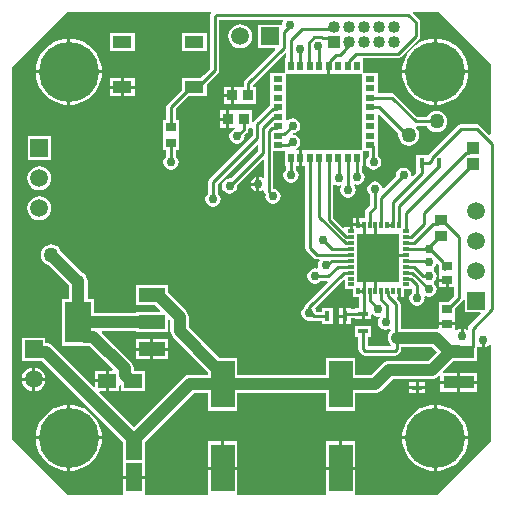
<source format=gtl>
G04*
G04 #@! TF.GenerationSoftware,Altium Limited,Altium Designer,20.1.14 (287)*
G04*
G04 Layer_Physical_Order=1*
G04 Layer_Color=255*
%FSLAX25Y25*%
%MOIN*%
G70*
G04*
G04 #@! TF.SameCoordinates,7F5ADFAE-F052-4B02-90E5-093173F2D11D*
G04*
G04*
G04 #@! TF.FilePolarity,Positive*
G04*
G01*
G75*
%ADD14C,0.01000*%
%ADD16R,0.03543X0.02953*%
%ADD19R,0.14173X0.16142*%
%ADD20R,0.02362X0.01181*%
%ADD21R,0.01181X0.02362*%
%ADD27R,0.07874X0.15748*%
%ADD29R,0.03150X0.01968*%
%ADD30R,0.01968X0.03150*%
%ADD43R,0.03347X0.03740*%
%ADD44R,0.10236X0.04331*%
%ADD45R,0.06102X0.04724*%
%ADD46R,0.08661X0.13780*%
%ADD47R,0.08661X0.04724*%
%ADD48R,0.01772X0.03347*%
%ADD49R,0.03347X0.01772*%
%ADD50R,0.04134X0.03543*%
%ADD51R,0.04134X0.04134*%
%ADD52R,0.06299X0.03937*%
%ADD53R,0.05315X0.09252*%
%ADD54R,0.03347X0.02953*%
%ADD55C,0.04000*%
%ADD56R,0.05906X0.05906*%
%ADD57C,0.05906*%
%ADD58R,0.05906X0.05906*%
%ADD59R,0.04000X0.04000*%
%ADD60C,0.04000*%
%ADD61C,0.05000*%
%ADD62C,0.20000*%
%ADD63C,0.03000*%
G36*
X79500Y63500D02*
Y40230D01*
X79038Y40039D01*
X75996Y43081D01*
X75499Y43413D01*
X74914Y43529D01*
X69555D01*
X68970Y43413D01*
X68474Y43081D01*
X58899Y33507D01*
X58835Y33410D01*
X58433Y33173D01*
X54661D01*
Y27827D01*
X54661D01*
X54593Y27355D01*
X53487Y26249D01*
X53250Y26376D01*
X53046Y26515D01*
X52855Y27476D01*
X52302Y28302D01*
X51476Y28855D01*
X50500Y29049D01*
X49525Y28855D01*
X48698Y28302D01*
X48145Y27476D01*
X47951Y26500D01*
X48015Y26178D01*
X44022Y22185D01*
X43479Y22349D01*
X43355Y22975D01*
X42802Y23802D01*
X41976Y24355D01*
X41000Y24549D01*
X40025Y24355D01*
X39198Y23802D01*
X38645Y22975D01*
X38451Y22000D01*
X38645Y21024D01*
X39198Y20198D01*
X39471Y20015D01*
Y16592D01*
X38092Y15213D01*
X37760Y14717D01*
X37644Y14132D01*
Y12220D01*
X35736D01*
Y10039D01*
X35236D01*
Y9539D01*
X33646D01*
Y9465D01*
X33571D01*
Y7874D01*
X32571D01*
Y9465D01*
X30890D01*
Y9261D01*
X30428Y9070D01*
X27120Y12378D01*
Y23236D01*
X27561Y23472D01*
X27914Y23236D01*
X28890Y23042D01*
X29504Y23164D01*
X29804Y22714D01*
X29645Y22476D01*
X29451Y21500D01*
X29645Y20525D01*
X30198Y19698D01*
X31025Y19145D01*
X32000Y18951D01*
X32976Y19145D01*
X33802Y19698D01*
X34355Y20525D01*
X34549Y21500D01*
X34355Y22476D01*
X33880Y23186D01*
X34162Y23618D01*
X35000Y23451D01*
X35976Y23645D01*
X36802Y24198D01*
X37355Y25025D01*
X37549Y26000D01*
X37355Y26976D01*
X36802Y27802D01*
X36569Y27959D01*
Y29709D01*
X37024D01*
Y34630D01*
X38916D01*
Y32948D01*
X38698Y32802D01*
X38145Y31975D01*
X37951Y31000D01*
X38145Y30024D01*
X38698Y29198D01*
X39524Y28645D01*
X40500Y28451D01*
X41475Y28645D01*
X42302Y29198D01*
X42855Y30024D01*
X43049Y31000D01*
X42855Y31975D01*
X42302Y32802D01*
X41974Y33022D01*
Y36130D01*
X41945Y36278D01*
Y40929D01*
Y44079D01*
Y46685D01*
X42445Y46892D01*
X48792Y40545D01*
X48720Y40000D01*
X48840Y39086D01*
X49193Y38235D01*
X49754Y37504D01*
X50485Y36943D01*
X51336Y36590D01*
X52250Y36470D01*
X53164Y36590D01*
X54015Y36943D01*
X54746Y37504D01*
X55307Y38235D01*
X55660Y39086D01*
X55780Y40000D01*
X55660Y40914D01*
X55307Y41765D01*
X54766Y42471D01*
X54785Y42587D01*
X54949Y42971D01*
X58345D01*
X58443Y42735D01*
X59004Y42004D01*
X59735Y41443D01*
X60586Y41090D01*
X61500Y40970D01*
X62414Y41090D01*
X63265Y41443D01*
X63996Y42004D01*
X64557Y42735D01*
X64910Y43586D01*
X65030Y44500D01*
X64910Y45414D01*
X64557Y46265D01*
X63996Y46996D01*
X63265Y47557D01*
X62414Y47910D01*
X61500Y48030D01*
X60586Y47910D01*
X59735Y47557D01*
X59004Y46996D01*
X58443Y46265D01*
X58345Y46029D01*
X55133D01*
X47719Y53444D01*
X47223Y53775D01*
X46638Y53892D01*
X41945D01*
Y56677D01*
Y60646D01*
X37024D01*
Y65541D01*
X48555D01*
X49141Y65657D01*
X49637Y65989D01*
X55581Y71933D01*
X55913Y72430D01*
X56029Y73015D01*
Y77500D01*
X55913Y78085D01*
X55581Y78581D01*
X53625Y80538D01*
X53816Y81000D01*
X62000D01*
X79500Y63500D01*
D02*
G37*
G36*
X-13539Y80538D02*
X-13581Y80496D01*
X-13913Y80000D01*
X-14029Y79414D01*
Y62134D01*
X-16113Y60050D01*
X-16160Y60018D01*
X-17305Y58874D01*
X-23441D01*
Y55100D01*
X-28081Y50459D01*
X-28413Y49963D01*
X-28529Y49378D01*
Y45035D01*
X-29673D01*
Y40417D01*
X-29673Y40083D01*
X-29673Y39583D01*
Y34965D01*
X-28529D01*
Y32985D01*
X-28802Y32802D01*
X-29355Y31975D01*
X-29549Y31000D01*
X-29355Y30024D01*
X-28802Y29198D01*
X-27975Y28645D01*
X-27000Y28451D01*
X-26024Y28645D01*
X-25198Y29198D01*
X-24645Y30024D01*
X-24451Y31000D01*
X-24645Y31975D01*
X-25198Y32802D01*
X-25471Y32985D01*
Y34965D01*
X-24327D01*
Y39583D01*
X-24327Y39917D01*
X-24327Y40417D01*
Y45035D01*
X-25471D01*
Y48744D01*
X-21278Y52937D01*
X-15142D01*
Y56711D01*
X-14029Y57824D01*
X-13982Y57856D01*
X-11419Y60419D01*
X-11087Y60915D01*
X-10971Y61500D01*
Y78471D01*
X10209D01*
X10476Y77971D01*
X10145Y77476D01*
X10008Y76787D01*
X2110D01*
Y68882D01*
X7566D01*
X7757Y68420D01*
X-2361Y58302D01*
X-2692Y57806D01*
X-2809Y57221D01*
Y56020D01*
X-6095D01*
Y53150D01*
Y50279D01*
X1394D01*
Y56020D01*
X250D01*
Y56587D01*
X11001Y67338D01*
X11463Y67146D01*
Y65567D01*
X11008D01*
Y60646D01*
X6087D01*
Y56677D01*
Y53528D01*
Y49969D01*
X5848Y49810D01*
X612Y44574D01*
X394Y44247D01*
X-106Y44399D01*
Y48146D01*
X-7594D01*
Y45276D01*
Y42406D01*
X-5771D01*
X-5721Y41906D01*
X-5976Y41855D01*
X-6802Y41302D01*
X-7355Y40475D01*
X-7549Y39500D01*
X-7355Y38524D01*
X-6802Y37698D01*
X-5976Y37145D01*
X-5000Y36951D01*
X-4025Y37145D01*
X-3198Y37698D01*
X-2645Y38524D01*
X-2451Y39500D01*
X-2515Y39822D01*
X-1698Y40639D01*
X-1367Y41135D01*
X-1250Y41721D01*
Y42052D01*
X-897Y42406D01*
X-106Y42406D01*
X164Y42018D01*
Y39729D01*
X-14081Y25483D01*
X-14413Y24987D01*
X-14529Y24402D01*
Y20485D01*
X-14802Y20302D01*
X-15355Y19476D01*
X-15549Y18500D01*
X-15355Y17525D01*
X-14802Y16698D01*
X-13975Y16145D01*
X-13000Y15951D01*
X-12025Y16145D01*
X-11198Y16698D01*
X-10645Y17525D01*
X-10451Y18500D01*
X-10645Y19476D01*
X-11198Y20302D01*
X-11471Y20485D01*
Y23768D01*
X1509Y36747D01*
X1971Y36556D01*
Y34633D01*
X-7178Y25485D01*
X-7500Y25549D01*
X-8475Y25355D01*
X-9302Y24802D01*
X-9855Y23976D01*
X-10049Y23000D01*
X-9855Y22025D01*
X-9302Y21198D01*
X-8475Y20645D01*
X-7500Y20451D01*
X-6525Y20645D01*
X-5698Y21198D01*
X-5145Y22025D01*
X-4951Y23000D01*
X-5015Y23322D01*
X3595Y31932D01*
X4057Y31741D01*
Y25827D01*
X3557Y25567D01*
X2944Y25977D01*
X2468Y26072D01*
Y23622D01*
Y21172D01*
X2944Y21267D01*
X3557Y21677D01*
X4057Y21417D01*
Y21086D01*
X4174Y20501D01*
X4505Y20004D01*
X4544Y19966D01*
X4451Y19500D01*
X4645Y18525D01*
X5198Y17698D01*
X6024Y17145D01*
X7000Y16951D01*
X7975Y17145D01*
X8802Y17698D01*
X9355Y18525D01*
X9549Y19500D01*
X9355Y20475D01*
X8802Y21302D01*
X7975Y21855D01*
X7116Y22026D01*
Y34630D01*
X11008D01*
Y29709D01*
X11467D01*
Y28482D01*
X11198Y28302D01*
X10645Y27476D01*
X10451Y26500D01*
X10645Y25525D01*
X11198Y24698D01*
X12025Y24145D01*
X13000Y23951D01*
X13975Y24145D01*
X14802Y24698D01*
X15355Y25525D01*
X15549Y26500D01*
X15355Y27476D01*
X14802Y28302D01*
X14525Y28488D01*
Y29709D01*
X15642D01*
Y32283D01*
Y34858D01*
X14946D01*
X14795Y35358D01*
X15302Y35698D01*
X15855Y36525D01*
X16049Y37500D01*
X15855Y38475D01*
X15302Y39302D01*
X14476Y39855D01*
X13771Y39995D01*
Y40505D01*
X14476Y40645D01*
X15302Y41198D01*
X15855Y42024D01*
X16049Y43000D01*
X15855Y43975D01*
X15302Y44802D01*
X14476Y45355D01*
X13500Y45549D01*
X12525Y45355D01*
X11736Y44828D01*
X11236Y44943D01*
Y47228D01*
Y50378D01*
Y53528D01*
Y56677D01*
Y60417D01*
X25091D01*
Y62992D01*
X26091D01*
Y60417D01*
X36795D01*
Y56677D01*
Y53528D01*
Y50378D01*
Y47228D01*
Y44079D01*
Y40929D01*
Y37780D01*
Y34858D01*
X16642D01*
Y32283D01*
Y29709D01*
X17762D01*
Y2362D01*
X17878Y1777D01*
X18210Y1281D01*
X20494Y-1003D01*
X20990Y-1335D01*
X21576Y-1451D01*
X22261D01*
X22528Y-1951D01*
X22145Y-2524D01*
X21951Y-3500D01*
X22083Y-4161D01*
X21661Y-4583D01*
X21000Y-4451D01*
X20024Y-4645D01*
X19198Y-5198D01*
X18645Y-6024D01*
X18451Y-7000D01*
X18645Y-7975D01*
X19198Y-8802D01*
X20024Y-9355D01*
X21000Y-9549D01*
X21975Y-9355D01*
X22802Y-8802D01*
X22985Y-8529D01*
X25098D01*
X25305Y-9029D01*
X17919Y-16416D01*
X17587Y-16912D01*
X17471Y-17498D01*
Y-17515D01*
X17198Y-17698D01*
X16645Y-18525D01*
X16451Y-19500D01*
X16645Y-20475D01*
X17198Y-21302D01*
X18024Y-21855D01*
X19000Y-22049D01*
X19894Y-21871D01*
X19956Y-21913D01*
X20541Y-22029D01*
X23161D01*
Y-23173D01*
X26933D01*
Y-17827D01*
X23161D01*
Y-18971D01*
X21444D01*
X21355Y-18525D01*
X20867Y-17794D01*
X30428Y-8233D01*
X30890Y-8424D01*
Y-11433D01*
X33646D01*
Y-14091D01*
X35675D01*
Y-17661D01*
X34327D01*
Y-18018D01*
X32839D01*
Y-17827D01*
X31453D01*
Y-20500D01*
Y-23173D01*
X32839D01*
Y-21077D01*
X34327D01*
Y-21433D01*
X36500D01*
Y-19547D01*
X37500D01*
Y-21433D01*
X39673D01*
Y-19879D01*
X40152Y-19734D01*
X40198Y-19802D01*
X41025Y-20355D01*
X42000Y-20549D01*
X42226Y-20504D01*
X42526Y-20954D01*
X42145Y-21524D01*
X41951Y-22500D01*
X42145Y-23475D01*
X42698Y-24302D01*
X43525Y-24855D01*
X44500Y-25049D01*
X45476Y-24855D01*
X45830Y-24618D01*
X46301Y-24861D01*
X46321Y-25241D01*
X46089Y-25419D01*
X45608Y-26046D01*
X45306Y-26776D01*
X45202Y-27559D01*
X45306Y-28342D01*
X45608Y-29072D01*
X46089Y-29699D01*
X46443Y-29971D01*
X46273Y-30471D01*
X38529D01*
Y-27339D01*
X39673D01*
Y-23567D01*
X34327D01*
Y-27339D01*
X35471D01*
Y-31414D01*
X35587Y-31999D01*
X35919Y-32496D01*
X36504Y-33081D01*
X37001Y-33413D01*
X37586Y-33529D01*
X47643D01*
X48228Y-33413D01*
X48724Y-33081D01*
X49310Y-32496D01*
X49641Y-31999D01*
X49758Y-31414D01*
Y-30585D01*
X60132D01*
X61748Y-32201D01*
X58589Y-35360D01*
X45654D01*
X44870Y-35463D01*
X44141Y-35765D01*
X43514Y-36246D01*
X39676Y-40084D01*
X34465D01*
Y-34236D01*
X24590D01*
Y-40084D01*
X-4905D01*
Y-34236D01*
X-10904D01*
X-21136Y-24005D01*
Y-20720D01*
X-21239Y-19937D01*
X-21541Y-19207D01*
X-22022Y-18581D01*
X-28134Y-12469D01*
Y-10024D01*
X-38795D01*
Y-16748D01*
X-32413D01*
X-30544Y-18617D01*
X-30736Y-19079D01*
X-38795D01*
Y-19415D01*
X-52543D01*
Y-14551D01*
X-54848D01*
Y-8661D01*
X-54951Y-7878D01*
X-55253Y-7148D01*
X-55734Y-6522D01*
X-56361Y-6041D01*
X-56784Y-5866D01*
X-63512Y863D01*
X-63519Y914D01*
X-63872Y1765D01*
X-64433Y2496D01*
X-65164Y3057D01*
X-66015Y3410D01*
X-66929Y3530D01*
X-67843Y3410D01*
X-68694Y3057D01*
X-69425Y2496D01*
X-69986Y1765D01*
X-70339Y914D01*
X-70459Y0D01*
X-70339Y-914D01*
X-69986Y-1765D01*
X-69425Y-2496D01*
X-68694Y-3057D01*
X-67843Y-3410D01*
X-67792Y-3417D01*
X-60900Y-10308D01*
Y-14551D01*
X-63205D01*
Y-30331D01*
X-55740D01*
X-55543Y-30357D01*
X-54238D01*
X-46418Y-38176D01*
X-46610Y-38638D01*
X-47831D01*
Y-42000D01*
Y-45362D01*
X-44280D01*
Y-43549D01*
X-43780Y-43281D01*
X-43720Y-43321D01*
Y-45362D01*
X-35618D01*
Y-38638D01*
X-39441D01*
X-39454Y-38625D01*
Y-37835D01*
X-39454Y-37835D01*
X-39557Y-37052D01*
X-39859Y-36323D01*
X-40340Y-35696D01*
X-50107Y-25929D01*
X-49916Y-25467D01*
X-38795D01*
Y-25803D01*
X-28134D01*
Y-21681D01*
X-27672Y-21489D01*
X-27187Y-21974D01*
Y-25258D01*
X-27084Y-26042D01*
X-26782Y-26771D01*
X-26301Y-27398D01*
X-14780Y-38919D01*
Y-40084D01*
X-20768D01*
X-21551Y-40187D01*
X-22281Y-40490D01*
X-22907Y-40971D01*
X-39370Y-57433D01*
X-50979Y-45824D01*
X-50788Y-45362D01*
X-48831D01*
Y-42500D01*
X-52382D01*
Y-43768D01*
X-52844Y-43960D01*
X-66494Y-30309D01*
X-67121Y-29828D01*
X-67851Y-29526D01*
X-68634Y-29423D01*
X-68882D01*
Y-27543D01*
X-76787D01*
Y-35449D01*
X-72079D01*
X-71882Y-35475D01*
X-71882Y-35475D01*
X-69887D01*
X-43053Y-62309D01*
Y-63024D01*
X-43028Y-63220D01*
Y-69307D01*
Y-73614D01*
X-35713D01*
Y-69307D01*
Y-62334D01*
X-19514Y-46136D01*
X-14780D01*
Y-51984D01*
X-4905D01*
Y-46136D01*
X24590D01*
Y-51984D01*
X34465D01*
Y-46136D01*
X40929D01*
X41712Y-46033D01*
X42442Y-45731D01*
X43069Y-45250D01*
X46907Y-41412D01*
X59842D01*
X60626Y-41309D01*
X61356Y-41006D01*
X61982Y-40525D01*
X62318Y-40190D01*
X62779Y-40381D01*
Y-42020D01*
X68398D01*
Y-39354D01*
X63807D01*
X63615Y-38892D01*
X67059Y-35449D01*
X75016D01*
Y-30782D01*
X75051Y-30746D01*
X75380Y-30562D01*
X75545Y-30535D01*
X76025Y-30855D01*
X76500Y-30950D01*
Y-28500D01*
X77500D01*
Y-30950D01*
X77975Y-30855D01*
X78802Y-30302D01*
X79000Y-30007D01*
X79500Y-30158D01*
Y-62000D01*
X61500Y-80000D01*
X34938D01*
X34465Y-79937D01*
X34465Y-79500D01*
Y-71563D01*
X29528D01*
X24590D01*
Y-79500D01*
X24590Y-79937D01*
X24117Y-80000D01*
X-4432D01*
X-4905Y-79937D01*
X-4905Y-79500D01*
Y-71563D01*
X-9843D01*
X-14780D01*
Y-79500D01*
X-14780Y-79937D01*
X-15253Y-80000D01*
X-35320D01*
X-35713Y-79740D01*
Y-74614D01*
X-43028D01*
Y-79740D01*
X-43420Y-80000D01*
X-61500D01*
X-80000Y-61500D01*
Y62500D01*
X-61500Y81000D01*
X-13730D01*
X-13539Y80538D01*
D02*
G37*
G36*
X62228Y-3209D02*
Y-6114D01*
Y-7862D01*
X65000D01*
Y-8362D01*
X65500D01*
Y-10839D01*
X67471D01*
Y-13800D01*
X65609Y-15661D01*
X62228D01*
Y-20614D01*
Y-22362D01*
X65000D01*
X67772D01*
Y-20614D01*
Y-17824D01*
X70081Y-15515D01*
X70350Y-15112D01*
X70819Y-15182D01*
X70850Y-15195D01*
Y-19169D01*
X76061D01*
X76252Y-19631D01*
X72434Y-23449D01*
X72103Y-23945D01*
X71986Y-24531D01*
Y-24719D01*
X71486Y-24986D01*
X70976Y-24645D01*
X70500Y-24551D01*
Y-27000D01*
X69500D01*
Y-24551D01*
X69024Y-24645D01*
X68272Y-25148D01*
X67981Y-25064D01*
X67772Y-24935D01*
Y-23362D01*
X65000D01*
X62228D01*
Y-24140D01*
X61728Y-24578D01*
X61386Y-24533D01*
X49529D01*
Y-16472D01*
X49413Y-15887D01*
X49081Y-15391D01*
X48243Y-14552D01*
X48434Y-14091D01*
X48638D01*
Y-11909D01*
X49516D01*
Y-14091D01*
X50606D01*
Y-11433D01*
X53362D01*
X53471Y-11888D01*
Y-12515D01*
X53198Y-12698D01*
X52645Y-13524D01*
X52451Y-14500D01*
X52645Y-15475D01*
X53198Y-16302D01*
X54024Y-16855D01*
X55000Y-17049D01*
X55976Y-16855D01*
X56802Y-16302D01*
X57355Y-15475D01*
X57549Y-14500D01*
X57466Y-14083D01*
X57916Y-13782D01*
X58025Y-13855D01*
X59000Y-14049D01*
X59975Y-13855D01*
X60802Y-13302D01*
X61355Y-12475D01*
X61549Y-11500D01*
X61355Y-10525D01*
X60802Y-9698D01*
X60507Y-9500D01*
Y-9000D01*
X60802Y-8802D01*
X61355Y-7975D01*
X61549Y-7000D01*
X61355Y-6024D01*
X60802Y-5198D01*
X60507Y-5000D01*
Y-4500D01*
X60802Y-4302D01*
X61355Y-3475D01*
X61422Y-3137D01*
X61928Y-2966D01*
X62228Y-3209D01*
D02*
G37*
%LPC*%
G36*
X61524Y72018D02*
Y61524D01*
X72018D01*
X71922Y62750D01*
X71518Y64433D01*
X70855Y66033D01*
X69950Y67509D01*
X68826Y68826D01*
X67509Y69950D01*
X66033Y70855D01*
X64433Y71518D01*
X62750Y71922D01*
X61524Y72018D01*
D02*
G37*
G36*
X60524D02*
X59298Y71922D01*
X57614Y71518D01*
X56014Y70855D01*
X54538Y69950D01*
X53221Y68826D01*
X52097Y67509D01*
X51192Y66033D01*
X50530Y64433D01*
X50125Y62750D01*
X50029Y61524D01*
X60524D01*
Y72018D01*
D02*
G37*
G36*
X72018Y60524D02*
X61524D01*
Y50029D01*
X62750Y50125D01*
X64433Y50530D01*
X66033Y51192D01*
X67509Y52097D01*
X68826Y53221D01*
X69950Y54538D01*
X70855Y56014D01*
X71518Y57614D01*
X71922Y59298D01*
X72018Y60524D01*
D02*
G37*
G36*
X60524D02*
X50029D01*
X50125Y59298D01*
X50530Y57614D01*
X51192Y56014D01*
X52097Y54538D01*
X53221Y53221D01*
X54538Y52097D01*
X56014Y51192D01*
X57614Y50530D01*
X59298Y50125D01*
X60524Y50029D01*
Y60524D01*
D02*
G37*
G36*
X34736Y12220D02*
X33646D01*
Y10539D01*
X34736D01*
Y12220D01*
D02*
G37*
G36*
X-3937Y76822D02*
X-4969Y76686D01*
X-5930Y76287D01*
X-6756Y75654D01*
X-7390Y74828D01*
X-7788Y73866D01*
X-7924Y72835D01*
X-7788Y71803D01*
X-7390Y70841D01*
X-6756Y70016D01*
X-5930Y69382D01*
X-4969Y68984D01*
X-3937Y68848D01*
X-2905Y68984D01*
X-1944Y69382D01*
X-1118Y70016D01*
X-484Y70841D01*
X-86Y71803D01*
X50Y72835D01*
X-86Y73866D01*
X-484Y74828D01*
X-1118Y75654D01*
X-1944Y76287D01*
X-2905Y76686D01*
X-3937Y76822D01*
D02*
G37*
G36*
X-15142Y73835D02*
X-23441D01*
Y67898D01*
X-15142D01*
Y73835D01*
D02*
G37*
G36*
X-39158D02*
X-47457D01*
Y67898D01*
X-39158D01*
Y73835D01*
D02*
G37*
G36*
X-60524Y72018D02*
Y61524D01*
X-50029D01*
X-50125Y62750D01*
X-50530Y64433D01*
X-51192Y66033D01*
X-52097Y67509D01*
X-53221Y68826D01*
X-54538Y69950D01*
X-56014Y70855D01*
X-57614Y71518D01*
X-59298Y71922D01*
X-60524Y72018D01*
D02*
G37*
G36*
X-61524D02*
X-62750Y71922D01*
X-64433Y71518D01*
X-66033Y70855D01*
X-67509Y69950D01*
X-68826Y68826D01*
X-69950Y67509D01*
X-70855Y66033D01*
X-71518Y64433D01*
X-71922Y62750D01*
X-72018Y61524D01*
X-61524D01*
Y72018D01*
D02*
G37*
G36*
X-39158Y58874D02*
X-42807D01*
Y56406D01*
X-39158D01*
Y58874D01*
D02*
G37*
G36*
X-43807D02*
X-47457D01*
Y56406D01*
X-43807D01*
Y58874D01*
D02*
G37*
G36*
X-7095Y56020D02*
X-9268D01*
Y53650D01*
X-7095D01*
Y56020D01*
D02*
G37*
G36*
X-39158Y55405D02*
X-42807D01*
Y52937D01*
X-39158D01*
Y55405D01*
D02*
G37*
G36*
X-43807D02*
X-47457D01*
Y52937D01*
X-43807D01*
Y55405D01*
D02*
G37*
G36*
X-7095Y52650D02*
X-9268D01*
Y50279D01*
X-7095D01*
Y52650D01*
D02*
G37*
G36*
X-50029Y60524D02*
X-60524D01*
Y50029D01*
X-59298Y50125D01*
X-57614Y50530D01*
X-56014Y51192D01*
X-54538Y52097D01*
X-53221Y53221D01*
X-52097Y54538D01*
X-51192Y56014D01*
X-50530Y57614D01*
X-50125Y59298D01*
X-50029Y60524D01*
D02*
G37*
G36*
X-61524D02*
X-72018D01*
X-71922Y59298D01*
X-71518Y57614D01*
X-70855Y56014D01*
X-69950Y54538D01*
X-68826Y53221D01*
X-67509Y52097D01*
X-66033Y51192D01*
X-64433Y50530D01*
X-62750Y50125D01*
X-61524Y50029D01*
Y60524D01*
D02*
G37*
G36*
X-8595Y48146D02*
X-10768D01*
Y45776D01*
X-8595D01*
Y48146D01*
D02*
G37*
G36*
Y44776D02*
X-10768D01*
Y42406D01*
X-8595D01*
Y44776D01*
D02*
G37*
G36*
X-66913Y39543D02*
X-74819D01*
Y31638D01*
X-66913D01*
Y39543D01*
D02*
G37*
G36*
X1469Y26072D02*
X993Y25977D01*
X166Y25424D01*
X-386Y24598D01*
X-481Y24122D01*
X1469D01*
Y26072D01*
D02*
G37*
G36*
X-70866Y29577D02*
X-71898Y29442D01*
X-72860Y29043D01*
X-73685Y28410D01*
X-74319Y27584D01*
X-74717Y26622D01*
X-74853Y25591D01*
X-74717Y24559D01*
X-74319Y23597D01*
X-73685Y22771D01*
X-72860Y22138D01*
X-71898Y21739D01*
X-70866Y21604D01*
X-69834Y21739D01*
X-68873Y22138D01*
X-68047Y22771D01*
X-67413Y23597D01*
X-67015Y24559D01*
X-66879Y25591D01*
X-67015Y26622D01*
X-67413Y27584D01*
X-68047Y28410D01*
X-68873Y29043D01*
X-69834Y29442D01*
X-70866Y29577D01*
D02*
G37*
G36*
X1469Y23122D02*
X-481D01*
X-386Y22647D01*
X166Y21820D01*
X993Y21267D01*
X1469Y21172D01*
Y23122D01*
D02*
G37*
G36*
X-70866Y19577D02*
X-71898Y19442D01*
X-72860Y19043D01*
X-73685Y18410D01*
X-74319Y17584D01*
X-74717Y16622D01*
X-74853Y15590D01*
X-74717Y14559D01*
X-74319Y13597D01*
X-73685Y12771D01*
X-72860Y12138D01*
X-71898Y11739D01*
X-70866Y11604D01*
X-69834Y11739D01*
X-68873Y12138D01*
X-68047Y12771D01*
X-67413Y13597D01*
X-67015Y14559D01*
X-66879Y15590D01*
X-67015Y16622D01*
X-67413Y17584D01*
X-68047Y18410D01*
X-68873Y19043D01*
X-69834Y19442D01*
X-70866Y19577D01*
D02*
G37*
G36*
X30453Y-17827D02*
X29067D01*
Y-20000D01*
X30453D01*
Y-17827D01*
D02*
G37*
G36*
Y-21000D02*
X29067D01*
Y-23173D01*
X30453D01*
Y-21000D01*
D02*
G37*
G36*
X-28134Y-28134D02*
X-32965D01*
Y-30996D01*
X-28134D01*
Y-28134D01*
D02*
G37*
G36*
X-33965D02*
X-38795D01*
Y-30996D01*
X-33965D01*
Y-28134D01*
D02*
G37*
G36*
X-28134Y-31996D02*
X-32965D01*
Y-34858D01*
X-28134D01*
Y-31996D01*
D02*
G37*
G36*
X-33965D02*
X-38795D01*
Y-34858D01*
X-33965D01*
Y-31996D01*
D02*
G37*
G36*
X-72335Y-37575D02*
Y-40996D01*
X-68914D01*
X-68984Y-40464D01*
X-69382Y-39503D01*
X-70016Y-38677D01*
X-70841Y-38043D01*
X-71803Y-37645D01*
X-72335Y-37575D01*
D02*
G37*
G36*
X-73335D02*
X-73866Y-37645D01*
X-74828Y-38043D01*
X-75654Y-38677D01*
X-76287Y-39503D01*
X-76686Y-40464D01*
X-76756Y-40996D01*
X-73335D01*
Y-37575D01*
D02*
G37*
G36*
X-48831Y-38638D02*
X-52382D01*
Y-41500D01*
X-48831D01*
Y-38638D01*
D02*
G37*
G36*
X75016Y-39354D02*
X69398D01*
Y-42020D01*
X75016D01*
Y-39354D01*
D02*
G37*
G36*
X57791Y-42406D02*
X55618D01*
Y-43791D01*
X57791D01*
Y-42406D01*
D02*
G37*
G36*
X54618D02*
X52445D01*
Y-43791D01*
X54618D01*
Y-42406D01*
D02*
G37*
G36*
X-68914Y-41996D02*
X-72335D01*
Y-45417D01*
X-71803Y-45347D01*
X-70841Y-44949D01*
X-70016Y-44315D01*
X-69382Y-43490D01*
X-68984Y-42528D01*
X-68914Y-41996D01*
D02*
G37*
G36*
X-73335D02*
X-76756D01*
X-76686Y-42528D01*
X-76287Y-43490D01*
X-75654Y-44315D01*
X-74828Y-44949D01*
X-73866Y-45347D01*
X-73335Y-45417D01*
Y-41996D01*
D02*
G37*
G36*
X75016Y-43020D02*
X69398D01*
Y-45685D01*
X75016D01*
Y-43020D01*
D02*
G37*
G36*
X68398D02*
X62779D01*
Y-45685D01*
X68398D01*
Y-43020D01*
D02*
G37*
G36*
X57791Y-44791D02*
X55618D01*
Y-46177D01*
X57791D01*
Y-44791D01*
D02*
G37*
G36*
X54618D02*
X52445D01*
Y-46177D01*
X54618D01*
Y-44791D01*
D02*
G37*
G36*
X61524Y-50029D02*
Y-60524D01*
X72018D01*
X71922Y-59298D01*
X71518Y-57614D01*
X70855Y-56014D01*
X69950Y-54538D01*
X68826Y-53221D01*
X67509Y-52097D01*
X66033Y-51192D01*
X64433Y-50530D01*
X62750Y-50125D01*
X61524Y-50029D01*
D02*
G37*
G36*
X60524D02*
X59298Y-50125D01*
X57614Y-50530D01*
X56014Y-51192D01*
X54538Y-52097D01*
X53221Y-53221D01*
X52097Y-54538D01*
X51192Y-56014D01*
X50530Y-57614D01*
X50125Y-59298D01*
X50029Y-60524D01*
X60524D01*
Y-50029D01*
D02*
G37*
G36*
X-60524D02*
Y-60524D01*
X-50029D01*
X-50125Y-59298D01*
X-50530Y-57614D01*
X-51192Y-56014D01*
X-52097Y-54538D01*
X-53221Y-53221D01*
X-54538Y-52097D01*
X-56014Y-51192D01*
X-57614Y-50530D01*
X-59298Y-50125D01*
X-60524Y-50029D01*
D02*
G37*
G36*
X-61524D02*
X-62750Y-50125D01*
X-64433Y-50530D01*
X-66033Y-51192D01*
X-67509Y-52097D01*
X-68826Y-53221D01*
X-69950Y-54538D01*
X-70855Y-56014D01*
X-71518Y-57614D01*
X-71922Y-59298D01*
X-72018Y-60524D01*
X-61524D01*
Y-50029D01*
D02*
G37*
G36*
X34465Y-62189D02*
X30028D01*
Y-70563D01*
X34465D01*
Y-62189D01*
D02*
G37*
G36*
X-4905D02*
X-9342D01*
Y-70563D01*
X-4905D01*
Y-62189D01*
D02*
G37*
G36*
X29028D02*
X24590D01*
Y-70563D01*
X29028D01*
Y-62189D01*
D02*
G37*
G36*
X-10343D02*
X-14780D01*
Y-70563D01*
X-10343D01*
Y-62189D01*
D02*
G37*
G36*
X72018Y-61524D02*
X61524D01*
Y-72018D01*
X62750Y-71922D01*
X64433Y-71518D01*
X66033Y-70855D01*
X67509Y-69950D01*
X68826Y-68826D01*
X69950Y-67509D01*
X70855Y-66033D01*
X71518Y-64433D01*
X71922Y-62750D01*
X72018Y-61524D01*
D02*
G37*
G36*
X60524D02*
X50029D01*
X50125Y-62750D01*
X50530Y-64433D01*
X51192Y-66033D01*
X52097Y-67509D01*
X53221Y-68826D01*
X54538Y-69950D01*
X56014Y-70855D01*
X57614Y-71518D01*
X59298Y-71922D01*
X60524Y-72018D01*
Y-61524D01*
D02*
G37*
G36*
X-50029D02*
X-60524D01*
Y-72018D01*
X-59298Y-71922D01*
X-57614Y-71518D01*
X-56014Y-70855D01*
X-54538Y-69950D01*
X-53221Y-68826D01*
X-52097Y-67509D01*
X-51192Y-66033D01*
X-50530Y-64433D01*
X-50125Y-62750D01*
X-50029Y-61524D01*
D02*
G37*
G36*
X-61524D02*
X-72018D01*
X-71922Y-62750D01*
X-71518Y-64433D01*
X-70855Y-66033D01*
X-69950Y-67509D01*
X-68826Y-68826D01*
X-67509Y-69950D01*
X-66033Y-70855D01*
X-64433Y-71518D01*
X-62750Y-71922D01*
X-61524Y-72018D01*
Y-61524D01*
D02*
G37*
G36*
X64500Y-8862D02*
X62228D01*
Y-10839D01*
X64500D01*
Y-8862D01*
D02*
G37*
%LPD*%
D14*
X51500Y40000D02*
X52250D01*
X42287Y49213D02*
X51500Y40000D01*
X54500Y44500D02*
X61500D01*
X46638Y52362D02*
X54500Y44500D01*
X39370Y52362D02*
X46638D01*
X39370Y49213D02*
X42287D01*
X26075Y64724D02*
X28026Y66675D01*
X26075Y63476D02*
Y64724D01*
X28026Y66675D02*
X29175D01*
X25591Y62992D02*
X26075Y63476D01*
X30023Y67366D02*
X30902Y68245D01*
X29866Y67366D02*
X30023D01*
X29175Y66675D02*
X29866Y67366D01*
X30902Y68245D02*
Y68554D01*
X32402Y70054D02*
Y70866D01*
X30902Y68554D02*
X32402Y70054D01*
X49016Y-11909D02*
Y-11282D01*
X19000Y-19500D02*
Y-17498D01*
X20541Y-20500D02*
X25047D01*
X19541Y-19500D02*
X20541Y-20500D01*
X19000Y-19500D02*
X19541D01*
X30514Y-5984D02*
X32993D01*
X19000Y-17498D02*
X30514Y-5984D01*
X74914Y42000D02*
X80000Y36914D01*
X73516Y-24531D02*
X80000Y-18046D01*
Y36914D01*
X73516Y-30618D02*
Y-24531D01*
X68898Y-32283D02*
X71850D01*
X69555Y42000D02*
X74914D01*
X71850Y-32283D02*
X73516Y-30618D01*
X59981Y31548D02*
Y32425D01*
X69555Y42000D01*
X58933Y30500D02*
X59981Y31548D01*
X56547Y30500D02*
X58933D01*
X50500Y26500D02*
Y26500D01*
X43110Y19110D02*
X50500Y26500D01*
X57167Y10250D02*
Y14009D01*
X65500Y22343D01*
X65500D01*
X71933Y34091D02*
X73500Y35658D01*
X71276Y34091D02*
X71933D01*
X51181Y13996D02*
X71276Y34091D01*
X51181Y7874D02*
Y13996D01*
X65500Y22343D02*
X73500Y30343D01*
X24500Y-3500D02*
X25041D01*
X21000Y-7000D02*
X25473D01*
X25041Y-3500D02*
X26573Y-1969D01*
X7000Y19500D02*
Y19672D01*
X5587Y21086D02*
X7000Y19672D01*
X5587Y21086D02*
Y41369D01*
X12996Y26504D02*
X13000Y26500D01*
X12996Y26504D02*
Y32280D01*
X32000Y21500D02*
Y32173D01*
X35039Y26039D02*
Y32283D01*
X35000Y26000D02*
X35039Y26039D01*
X31890Y32283D02*
X32000Y32173D01*
X39370Y36614D02*
X39961D01*
X40445Y36130D01*
Y31055D02*
Y36130D01*
Y31055D02*
X40500Y31000D01*
X51181Y-7874D02*
X51259Y-7952D01*
X52901D01*
X55000Y-10051D01*
Y-14500D02*
Y-10051D01*
X51181Y-5906D02*
X53405D01*
X59000Y-11500D01*
X57000Y-7000D02*
X59000D01*
X54000Y-4000D02*
X57000Y-7000D01*
X51244Y-4000D02*
X54000D01*
X51181Y-3937D02*
X51244Y-4000D01*
X51181Y-1969D02*
X57927D01*
X58459Y-2500D01*
X59000D01*
X58331Y1969D02*
X62705Y6342D01*
X58862Y1969D02*
X59394D01*
X58331D02*
X58862D01*
X63728Y-2661D02*
X64705Y-3638D01*
X63728Y-2661D02*
Y-2366D01*
X59394Y1969D02*
X63728Y-2366D01*
X64705Y-3638D02*
X65000D01*
X64024Y-4614D02*
X65000Y-3638D01*
X51181Y-1969D02*
X51259Y-2046D01*
X8661Y39764D02*
X9146Y40248D01*
X10748D01*
X13500Y43000D01*
X8661Y36614D02*
X12073D01*
X12959Y37500D01*
X13500D01*
X-1280Y53150D02*
Y57221D01*
X10516Y69016D01*
Y74242D01*
X12500Y76226D01*
Y76500D01*
X16067Y63067D02*
Y68690D01*
X15992Y68765D02*
X16067Y68690D01*
Y63067D02*
X16142Y62992D01*
X23262Y72500D02*
X23396Y72366D01*
X19000Y63283D02*
X19291Y62992D01*
X23396Y72366D02*
X25902D01*
X19000Y63283D02*
Y70743D01*
X20757Y72500D02*
X23262D01*
X12992Y71492D02*
X16792Y75292D01*
X12992Y62992D02*
Y71492D01*
X25902Y72366D02*
X27402Y70866D01*
X19000Y70743D02*
X20757Y72500D01*
X22220Y63213D02*
Y69279D01*
X22000Y69500D02*
X22220Y69279D01*
Y63213D02*
X22441Y62992D01*
X16792Y75292D02*
X26828D01*
X-19291Y55905D02*
X-18110D01*
X-20472D02*
X-19291D01*
X-27000Y42559D02*
Y49378D01*
X-20472Y55905D01*
X-15079Y58937D02*
X-15063D01*
X-12500Y61500D02*
Y79414D01*
X-15063Y58937D02*
X-12500Y61500D01*
X-18110Y55905D02*
X-15079Y58937D01*
X-11914Y80000D02*
X52000D01*
X-12500Y79414D02*
X-11914Y80000D01*
X52000D02*
X54500Y77500D01*
X34720Y67070D02*
X48555D01*
X32374Y64724D02*
X34720Y67070D01*
X32374Y63476D02*
Y64724D01*
X54500Y73015D02*
Y77500D01*
X31890Y62992D02*
X32374Y63476D01*
X48555Y67070D02*
X54500Y73015D01*
X26828Y75292D02*
X27402Y75866D01*
X45079Y10039D02*
X47047D01*
X56547Y27147D02*
Y30500D01*
X47047Y17647D02*
X56547Y27147D01*
X49016Y10039D02*
Y16276D01*
X62453Y29713D01*
Y30500D01*
X47047Y10039D02*
Y17647D01*
X43110Y10039D02*
Y19110D01*
X41000Y15959D02*
Y22000D01*
X39173Y14132D02*
X41000Y15959D01*
X45157Y-13629D02*
X48000Y-16472D01*
Y-27331D02*
Y-16472D01*
X44500Y-22500D02*
Y-21959D01*
X45000Y-21459D01*
X48000Y-27331D02*
X48228Y-27559D01*
X45000Y-21459D02*
Y-16757D01*
X43110Y-14868D02*
Y-11909D01*
Y-14868D02*
X45000Y-16757D01*
X39173Y-15173D02*
X42000Y-18000D01*
X39173Y-15173D02*
Y-11909D01*
X45079D02*
X45157Y-11987D01*
Y-13629D02*
Y-11987D01*
X65605Y9414D02*
X69000Y6020D01*
X65295Y-18138D02*
X69000Y-14433D01*
Y6020D01*
X65539Y9414D02*
X65605D01*
X63295Y11658D02*
X65539Y9414D01*
X63000Y11658D02*
X63295D01*
X65000Y-18138D02*
X65295D01*
X52901Y5984D02*
X57167Y10250D01*
X51181Y5906D02*
X51259Y5984D01*
X52901D01*
X51181Y3937D02*
X53862D01*
X60311Y10386D01*
X61728D01*
X63000Y11658D01*
X51181Y1969D02*
X58331D01*
X62705Y6342D02*
X63000D01*
X-13000Y18500D02*
Y24402D01*
X1694Y39095D01*
X3500Y34000D02*
Y42149D01*
X-7500Y23000D02*
X3500Y34000D01*
X12992Y32283D02*
X12996Y32280D01*
X1694Y39095D02*
Y43493D01*
X3500Y42149D02*
X6929Y45579D01*
X8177Y48728D02*
X8661Y49213D01*
X6929Y48728D02*
X8177D01*
X-2780Y41721D02*
Y45276D01*
X1694Y43493D02*
X6929Y48728D01*
X-5000Y39500D02*
X-2780Y41721D01*
X8177Y45579D02*
X8661Y46063D01*
X6929Y45579D02*
X8177D01*
X-27000Y31000D02*
Y37441D01*
X25024Y-20476D02*
X25047Y-20500D01*
X35236Y10039D02*
X37205D01*
X37205Y-5906D02*
X41142Y-1969D01*
Y-11909D02*
Y-1969D01*
X42126Y-984D01*
X43110Y-0D02*
X51181D01*
X42126Y-984D02*
X43110Y-0D01*
X37205Y3937D02*
X41142Y-0D01*
Y10039D01*
Y-0D02*
X42126Y-984D01*
X37205Y3937D02*
Y10039D01*
X37205Y-11909D02*
Y-5906D01*
Y-19342D02*
Y-11909D01*
X37000Y-19547D02*
X37205Y-19342D01*
X35236Y-11909D02*
X37205D01*
X39173Y10039D02*
Y14132D01*
X51181Y-0D02*
X51259Y-78D01*
X48228Y-31414D02*
Y-27559D01*
X37000Y-31414D02*
X37586Y-32000D01*
X37000Y-31414D02*
Y-25453D01*
X47643Y-32000D02*
X48228Y-31414D01*
X37586Y-32000D02*
X47643D01*
X31339Y-19547D02*
X37000D01*
X30953Y-19933D02*
X31339Y-19547D01*
X30953Y-20500D02*
Y-19933D01*
X32993Y-5984D02*
X33071Y-5906D01*
X23500Y5000D02*
X26531Y1969D01*
X28536Y-3937D02*
X33071D01*
X25473Y-7000D02*
X28536Y-3937D01*
X26573Y-1969D02*
X33071D01*
X26531Y1969D02*
X33071D01*
X25591Y11744D02*
Y32283D01*
X28890Y25591D02*
Y25718D01*
X25591Y11744D02*
X31351Y5984D01*
X28890Y25718D02*
X29145Y25973D01*
Y31879D01*
X28740Y32283D02*
X29145Y31879D01*
X19291Y2362D02*
Y32283D01*
X21576Y78D02*
X32993D01*
X19291Y2362D02*
X21576Y78D01*
X32993Y4015D02*
X33071Y3937D01*
X31198Y4015D02*
X32993D01*
X32993Y78D02*
X33071Y-0D01*
X32993Y5984D02*
X33071Y5906D01*
X31351Y5984D02*
X32993D01*
X22441Y12773D02*
X31198Y4015D01*
X22441Y12773D02*
Y32283D01*
X19291Y62992D02*
X19776Y63476D01*
X5587Y41369D02*
X6646Y42429D01*
X8177D01*
X8661Y42913D01*
D16*
X65000Y-18138D02*
D03*
Y-22862D02*
D03*
Y-3638D02*
D03*
Y-8362D02*
D03*
D19*
X42126Y-984D02*
D03*
D20*
X51181Y7874D02*
D03*
Y5906D02*
D03*
Y3937D02*
D03*
Y1969D02*
D03*
Y-0D02*
D03*
Y-1969D02*
D03*
Y-3937D02*
D03*
Y-5906D02*
D03*
Y-7874D02*
D03*
Y-9843D02*
D03*
X33071Y7874D02*
D03*
Y5906D02*
D03*
Y3937D02*
D03*
Y1969D02*
D03*
Y-0D02*
D03*
Y-1969D02*
D03*
Y-3937D02*
D03*
Y-5906D02*
D03*
Y-7874D02*
D03*
Y-9843D02*
D03*
D21*
X49016Y10039D02*
D03*
X47047D02*
D03*
X45079D02*
D03*
X43110D02*
D03*
X49016Y-11909D02*
D03*
X47047D02*
D03*
X45079D02*
D03*
X43110D02*
D03*
X41142Y10039D02*
D03*
X39173D02*
D03*
X37205D02*
D03*
X35236D02*
D03*
X41142Y-11909D02*
D03*
X39173D02*
D03*
X37205D02*
D03*
X35236D02*
D03*
D27*
X-9843Y-71063D02*
D03*
Y-43110D02*
D03*
X29528Y-71063D02*
D03*
Y-43110D02*
D03*
D29*
X8661Y58661D02*
D03*
Y55512D02*
D03*
Y52362D02*
D03*
Y49213D02*
D03*
Y46063D02*
D03*
Y42913D02*
D03*
Y39764D02*
D03*
Y36614D02*
D03*
X39370Y36614D02*
D03*
Y39764D02*
D03*
Y42913D02*
D03*
Y46063D02*
D03*
Y49213D02*
D03*
Y52362D02*
D03*
Y55512D02*
D03*
Y58662D02*
D03*
D30*
X12992Y32283D02*
D03*
X16142D02*
D03*
X19291D02*
D03*
X22441D02*
D03*
X25591D02*
D03*
X28740D02*
D03*
X31890D02*
D03*
X35039D02*
D03*
X35039Y62992D02*
D03*
X31890D02*
D03*
X28740D02*
D03*
X25591D02*
D03*
X22441D02*
D03*
X19291D02*
D03*
X16142D02*
D03*
X12992D02*
D03*
D43*
X-2780Y45276D02*
D03*
X-8095D02*
D03*
X-6594Y53150D02*
D03*
X-1280D02*
D03*
D44*
X68898Y-32283D02*
D03*
Y-42520D02*
D03*
D45*
X-48331Y-42000D02*
D03*
X-39669D02*
D03*
D46*
X-57874Y-22441D02*
D03*
D47*
X-33465Y-13386D02*
D03*
Y-22441D02*
D03*
Y-31496D02*
D03*
D48*
X30953Y-20500D02*
D03*
X25047D02*
D03*
X56547Y30500D02*
D03*
X62453D02*
D03*
D49*
X37000Y-19547D02*
D03*
Y-25453D02*
D03*
X55118Y-44291D02*
D03*
Y-38386D02*
D03*
D50*
X63000Y11658D02*
D03*
Y6342D02*
D03*
D51*
X73500Y30343D02*
D03*
Y35658D02*
D03*
D52*
X-19291Y55905D02*
D03*
Y70866D02*
D03*
X-43307Y55905D02*
D03*
Y70866D02*
D03*
D53*
X-39370Y-63681D02*
D03*
Y-74114D02*
D03*
D54*
X-27000Y42559D02*
D03*
Y37441D02*
D03*
D55*
X-40358Y-42000D02*
X-39669D01*
X-42480Y-39879D02*
X-40358Y-42000D01*
X-42480Y-39879D02*
Y-37835D01*
X-52984Y-27331D02*
X-42480Y-37835D01*
X-57874Y-22441D02*
X-33465D01*
X-57874Y-25000D02*
Y-22441D01*
Y-25000D02*
X-55543Y-27331D01*
X-52984D01*
X48228Y-27559D02*
X61386D01*
X65780Y-31953D01*
X-66929Y0D02*
X-58268Y-8661D01*
X-57874D01*
X65780Y-32118D02*
X68732D01*
X65780D02*
Y-31953D01*
X59842Y-38386D02*
X65945Y-32283D01*
X68732Y-32118D02*
X68898Y-32283D01*
X55118Y-38386D02*
X59842D01*
X29528Y-43110D02*
X40929D01*
X45654Y-38386D01*
X55118D01*
X-39370Y-61713D02*
X-20768Y-43110D01*
X-72835Y-31496D02*
X-71882Y-32449D01*
X-68634D01*
X-40028Y-61055D01*
Y-63024D02*
Y-61055D01*
Y-63024D02*
X-39370Y-63681D01*
X-57874Y-22441D02*
Y-8661D01*
X-12184Y-37236D02*
X-11779D01*
X-24161Y-25258D02*
X-12184Y-37236D01*
X-31496Y-13386D02*
X-24161Y-20720D01*
X-11779Y-37236D02*
X-9843Y-39173D01*
X-33465Y-13386D02*
X-31496D01*
X-24161Y-25258D02*
Y-20720D01*
X-9843Y-43110D02*
Y-39173D01*
X-20768Y-43110D02*
X-9843D01*
X-5906D02*
X27559D01*
D56*
X74803Y-15216D02*
D03*
X-72835Y-31496D02*
D03*
X-70866Y35591D02*
D03*
D57*
X74803Y-5217D02*
D03*
Y4783D02*
D03*
Y14784D02*
D03*
X-72835Y-41496D02*
D03*
X-3937Y72835D02*
D03*
X-70866Y15590D02*
D03*
Y25591D02*
D03*
D58*
X6063Y72835D02*
D03*
D59*
X27402Y70866D02*
D03*
D60*
X32402D02*
D03*
X37402D02*
D03*
X42402D02*
D03*
X47402D02*
D03*
X27402Y75866D02*
D03*
X32402D02*
D03*
X37402D02*
D03*
X42402D02*
D03*
X47402D02*
D03*
D61*
X52250Y40000D02*
D03*
X61500Y44500D02*
D03*
X-66929Y0D02*
D03*
D62*
X61024Y61024D02*
D03*
Y-61024D02*
D03*
X-61024D02*
D03*
Y61024D02*
D03*
D63*
X77000Y-28500D02*
D03*
X70000Y-27000D02*
D03*
X19000Y-19500D02*
D03*
X50500Y26500D02*
D03*
X21000Y-7000D02*
D03*
X24500Y-3500D02*
D03*
X7000Y19500D02*
D03*
X13000Y26500D02*
D03*
X32000Y21500D02*
D03*
X35000Y26000D02*
D03*
X40500Y31000D02*
D03*
X59000Y-7000D02*
D03*
Y-11500D02*
D03*
X58862Y1969D02*
D03*
X59000Y-2500D02*
D03*
X55000Y-14500D02*
D03*
X13500Y37500D02*
D03*
Y43000D02*
D03*
X15992Y68765D02*
D03*
X12500Y76500D02*
D03*
X22000Y69500D02*
D03*
X41000Y22000D02*
D03*
X44500Y-22500D02*
D03*
X42000Y-18000D02*
D03*
X-13000Y18500D02*
D03*
X-7500Y23000D02*
D03*
X-5000Y39500D02*
D03*
X-27000Y31000D02*
D03*
X23500Y5000D02*
D03*
X28890Y25591D02*
D03*
X1969Y23622D02*
D03*
M02*

</source>
